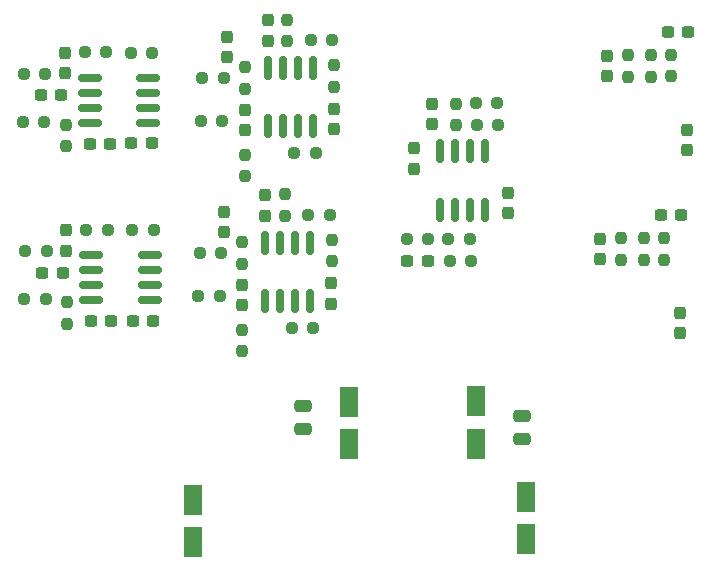
<source format=gbr>
%TF.GenerationSoftware,KiCad,Pcbnew,8.0.8*%
%TF.CreationDate,2025-08-26T11:44:10+12:00*%
%TF.ProjectId,esfgrid_ckt_Multi,65736667-7269-4645-9f63-6b745f4d756c,rev?*%
%TF.SameCoordinates,Original*%
%TF.FileFunction,Paste,Top*%
%TF.FilePolarity,Positive*%
%FSLAX46Y46*%
G04 Gerber Fmt 4.6, Leading zero omitted, Abs format (unit mm)*
G04 Created by KiCad (PCBNEW 8.0.8) date 2025-08-26 11:44:10*
%MOMM*%
%LPD*%
G01*
G04 APERTURE LIST*
G04 Aperture macros list*
%AMRoundRect*
0 Rectangle with rounded corners*
0 $1 Rounding radius*
0 $2 $3 $4 $5 $6 $7 $8 $9 X,Y pos of 4 corners*
0 Add a 4 corners polygon primitive as box body*
4,1,4,$2,$3,$4,$5,$6,$7,$8,$9,$2,$3,0*
0 Add four circle primitives for the rounded corners*
1,1,$1+$1,$2,$3*
1,1,$1+$1,$4,$5*
1,1,$1+$1,$6,$7*
1,1,$1+$1,$8,$9*
0 Add four rect primitives between the rounded corners*
20,1,$1+$1,$2,$3,$4,$5,0*
20,1,$1+$1,$4,$5,$6,$7,0*
20,1,$1+$1,$6,$7,$8,$9,0*
20,1,$1+$1,$8,$9,$2,$3,0*%
G04 Aperture macros list end*
%ADD10RoundRect,0.237500X-0.237500X0.300000X-0.237500X-0.300000X0.237500X-0.300000X0.237500X0.300000X0*%
%ADD11RoundRect,0.237500X0.237500X-0.300000X0.237500X0.300000X-0.237500X0.300000X-0.237500X-0.300000X0*%
%ADD12RoundRect,0.150000X-0.150000X0.825000X-0.150000X-0.825000X0.150000X-0.825000X0.150000X0.825000X0*%
%ADD13RoundRect,0.150000X0.150000X-0.825000X0.150000X0.825000X-0.150000X0.825000X-0.150000X-0.825000X0*%
%ADD14RoundRect,0.150000X-0.825000X-0.150000X0.825000X-0.150000X0.825000X0.150000X-0.825000X0.150000X0*%
%ADD15RoundRect,0.237500X0.250000X0.237500X-0.250000X0.237500X-0.250000X-0.237500X0.250000X-0.237500X0*%
%ADD16RoundRect,0.237500X0.237500X-0.250000X0.237500X0.250000X-0.237500X0.250000X-0.237500X-0.250000X0*%
%ADD17RoundRect,0.237500X-0.237500X0.250000X-0.237500X-0.250000X0.237500X-0.250000X0.237500X0.250000X0*%
%ADD18RoundRect,0.237500X-0.250000X-0.237500X0.250000X-0.237500X0.250000X0.237500X-0.250000X0.237500X0*%
%ADD19RoundRect,0.237500X-0.300000X-0.237500X0.300000X-0.237500X0.300000X0.237500X-0.300000X0.237500X0*%
%ADD20RoundRect,0.237500X0.300000X0.237500X-0.300000X0.237500X-0.300000X-0.237500X0.300000X-0.237500X0*%
%ADD21RoundRect,0.250000X-0.550000X1.050000X-0.550000X-1.050000X0.550000X-1.050000X0.550000X1.050000X0*%
%ADD22RoundRect,0.250000X0.475000X-0.250000X0.475000X0.250000X-0.475000X0.250000X-0.475000X-0.250000X0*%
%ADD23RoundRect,0.250000X0.550000X-1.050000X0.550000X1.050000X-0.550000X1.050000X-0.550000X-1.050000X0*%
G04 APERTURE END LIST*
D10*
%TO.C,C18*%
X215687600Y-69927500D03*
X215687600Y-71652500D03*
%TD*%
D11*
%TO.C,C17*%
X207727600Y-67922500D03*
X207727600Y-66197500D03*
%TD*%
D12*
%TO.C,U7*%
X199122600Y-59377500D03*
X197852600Y-59377500D03*
X196582600Y-59377500D03*
X195312600Y-59377500D03*
X195312600Y-64327500D03*
X196582600Y-64327500D03*
X197852600Y-64327500D03*
X199122600Y-64327500D03*
%TD*%
D13*
%TO.C,U5*%
X209877600Y-66450000D03*
X211147600Y-66450000D03*
X212417600Y-66450000D03*
X213687600Y-66450000D03*
X213687600Y-71400000D03*
X212417600Y-71400000D03*
X211147600Y-71400000D03*
X209877600Y-71400000D03*
%TD*%
D14*
%TO.C,U4*%
X180372600Y-75230000D03*
X180372600Y-76500000D03*
X180372600Y-77770000D03*
X180372600Y-79040000D03*
X185322600Y-79040000D03*
X185322600Y-77770000D03*
X185322600Y-76500000D03*
X185322600Y-75230000D03*
%TD*%
D15*
%TO.C,R27*%
X198732600Y-71810000D03*
X200557600Y-71810000D03*
%TD*%
D16*
%TO.C,R26*%
X200717600Y-73940000D03*
X200717600Y-75765000D03*
%TD*%
D17*
%TO.C,R25*%
X196767600Y-71902500D03*
X196767600Y-70077500D03*
%TD*%
D18*
%TO.C,R24*%
X191362600Y-75050000D03*
X189537600Y-75050000D03*
%TD*%
%TO.C,R23*%
X199167600Y-81360000D03*
X197342600Y-81360000D03*
%TD*%
D16*
%TO.C,R21*%
X193157600Y-81540000D03*
X193157600Y-83365000D03*
%TD*%
D18*
%TO.C,R20*%
X191267600Y-78700000D03*
X189442600Y-78700000D03*
%TD*%
D17*
%TO.C,R19*%
X227727600Y-60122500D03*
X227727600Y-58297500D03*
%TD*%
D16*
%TO.C,R18*%
X229427600Y-58265000D03*
X229427600Y-60090000D03*
%TD*%
D17*
%TO.C,R17*%
X225807600Y-60130000D03*
X225807600Y-58305000D03*
%TD*%
D15*
%TO.C,R16*%
X212430100Y-73830000D03*
X210605100Y-73830000D03*
%TD*%
D18*
%TO.C,R13*%
X212905100Y-62380000D03*
X214730100Y-62380000D03*
%TD*%
%TO.C,R12*%
X210705100Y-75750000D03*
X212530100Y-75750000D03*
%TD*%
D15*
%TO.C,R11*%
X214840100Y-64210000D03*
X213015100Y-64210000D03*
%TD*%
D18*
%TO.C,R10*%
X183815100Y-73120000D03*
X185640100Y-73120000D03*
%TD*%
%TO.C,R9*%
X174675100Y-78960000D03*
X176500100Y-78960000D03*
%TD*%
%TO.C,R8*%
X174775100Y-74890000D03*
X176600100Y-74890000D03*
%TD*%
D16*
%TO.C,R7*%
X178327600Y-81030000D03*
X178327600Y-79205000D03*
%TD*%
D15*
%TO.C,R6*%
X181750100Y-73060000D03*
X179925100Y-73060000D03*
%TD*%
D10*
%TO.C,C25*%
X195097600Y-70147500D03*
X195097600Y-71872500D03*
%TD*%
%TO.C,C24*%
X200677600Y-77615000D03*
X200677600Y-79340000D03*
%TD*%
D11*
%TO.C,C23*%
X191617600Y-71565000D03*
X191617600Y-73290000D03*
%TD*%
D19*
%TO.C,C21*%
X230887600Y-56340000D03*
X229162600Y-56340000D03*
%TD*%
D20*
%TO.C,C16*%
X208867600Y-75740000D03*
X207142600Y-75740000D03*
%TD*%
D11*
%TO.C,C15*%
X209237600Y-64142500D03*
X209237600Y-62417500D03*
%TD*%
D20*
%TO.C,C14*%
X182057600Y-80820000D03*
X180332600Y-80820000D03*
%TD*%
D19*
%TO.C,C13*%
X183875100Y-80790000D03*
X185600100Y-80790000D03*
%TD*%
D20*
%TO.C,C12*%
X177957600Y-76710000D03*
X176232600Y-76710000D03*
%TD*%
D11*
%TO.C,C11*%
X178247600Y-74840000D03*
X178247600Y-73115000D03*
%TD*%
D10*
%TO.C,C29*%
X195307601Y-55350000D03*
X195307601Y-57075000D03*
%TD*%
%TO.C,C28*%
X200887600Y-62817500D03*
X200887600Y-64542500D03*
%TD*%
%TO.C,C31*%
X230207600Y-80118750D03*
X230207600Y-81843750D03*
%TD*%
D21*
%TO.C,C2*%
X217157600Y-95670000D03*
X217157600Y-99270000D03*
%TD*%
D10*
%TO.C,C30*%
X223467600Y-73838750D03*
X223467600Y-75563750D03*
%TD*%
D17*
%TO.C,R36*%
X225227600Y-73816250D03*
X225227600Y-75641250D03*
%TD*%
D19*
%TO.C,C32*%
X228582600Y-71851250D03*
X230307600Y-71851250D03*
%TD*%
D11*
%TO.C,C7*%
X178137600Y-59820000D03*
X178137600Y-58095000D03*
%TD*%
D20*
%TO.C,C10*%
X181947600Y-65800000D03*
X180222600Y-65800000D03*
%TD*%
%TO.C,C8*%
X177847600Y-61690000D03*
X176122600Y-61690000D03*
%TD*%
D17*
%TO.C,R22*%
X193167600Y-75945000D03*
X193167600Y-74120000D03*
%TD*%
D18*
%TO.C,R5*%
X183705100Y-58100000D03*
X185530100Y-58100000D03*
%TD*%
D22*
%TO.C,C4*%
X216867600Y-90770000D03*
X216867600Y-88870000D03*
%TD*%
D18*
%TO.C,R4*%
X174565100Y-63940000D03*
X176390100Y-63940000D03*
%TD*%
D16*
%TO.C,R29*%
X193367600Y-68567500D03*
X193367600Y-66742500D03*
%TD*%
D18*
%TO.C,R28*%
X189652600Y-63902499D03*
X191477600Y-63902499D03*
%TD*%
D22*
%TO.C,C3*%
X198337600Y-89920000D03*
X198337600Y-88020000D03*
%TD*%
D21*
%TO.C,C1*%
X188997600Y-95920000D03*
X188997600Y-99520000D03*
%TD*%
D10*
%TO.C,C26*%
X193357600Y-62922499D03*
X193357600Y-64647499D03*
%TD*%
D16*
%TO.C,R37*%
X228847600Y-75601250D03*
X228847600Y-73776250D03*
%TD*%
D10*
%TO.C,C22*%
X193147600Y-79445000D03*
X193147600Y-77720000D03*
%TD*%
D15*
%TO.C,R35*%
X200767600Y-57012500D03*
X198942600Y-57012500D03*
%TD*%
D11*
%TO.C,C27*%
X191827600Y-58492500D03*
X191827600Y-56767500D03*
%TD*%
D17*
%TO.C,R14*%
X211217600Y-62407500D03*
X211217600Y-64232500D03*
%TD*%
D14*
%TO.C,U3*%
X180262600Y-60210000D03*
X180262600Y-61480000D03*
X180262600Y-62750000D03*
X180262600Y-64020000D03*
X185212600Y-64020000D03*
X185212600Y-62750000D03*
X185212600Y-61480000D03*
X185212600Y-60210000D03*
%TD*%
D10*
%TO.C,C20*%
X230787600Y-66332500D03*
X230787600Y-64607500D03*
%TD*%
D21*
%TO.C,C5*%
X202157600Y-87660000D03*
X202157600Y-91260000D03*
%TD*%
D18*
%TO.C,R3*%
X174665100Y-59870000D03*
X176490100Y-59870000D03*
%TD*%
D17*
%TO.C,R33*%
X196977601Y-55280000D03*
X196977601Y-57105000D03*
%TD*%
D23*
%TO.C,C6*%
X212977600Y-91220000D03*
X212977600Y-87620000D03*
%TD*%
D15*
%TO.C,R1*%
X181640100Y-58040000D03*
X179815100Y-58040000D03*
%TD*%
D19*
%TO.C,C9*%
X183765100Y-65770000D03*
X185490100Y-65770000D03*
%TD*%
D18*
%TO.C,R31*%
X197552599Y-66562500D03*
X199377599Y-66562500D03*
%TD*%
%TO.C,R32*%
X189747600Y-60252500D03*
X191572600Y-60252500D03*
%TD*%
D10*
%TO.C,C19*%
X224047600Y-60052500D03*
X224047600Y-58327500D03*
%TD*%
D17*
%TO.C,R30*%
X193377600Y-59322500D03*
X193377600Y-61147500D03*
%TD*%
D16*
%TO.C,R34*%
X200927600Y-60967501D03*
X200927600Y-59142501D03*
%TD*%
D18*
%TO.C,R15*%
X207072600Y-73860000D03*
X208897600Y-73860000D03*
%TD*%
D12*
%TO.C,U6*%
X198912600Y-79125000D03*
X197642600Y-79125000D03*
X196372600Y-79125000D03*
X195102600Y-79125000D03*
X195102600Y-74175000D03*
X196372600Y-74175000D03*
X197642600Y-74175000D03*
X198912600Y-74175000D03*
%TD*%
D16*
%TO.C,R2*%
X178217600Y-66010000D03*
X178217600Y-64185000D03*
%TD*%
D17*
%TO.C,R38*%
X227147600Y-73808750D03*
X227147600Y-75633750D03*
%TD*%
M02*

</source>
